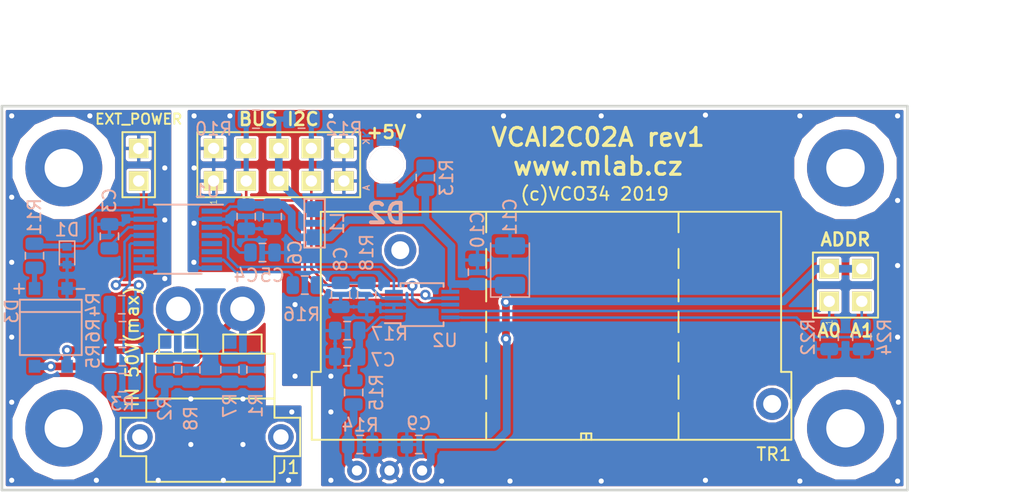
<source format=kicad_pcb>
(kicad_pcb (version 20171130) (host pcbnew "(5.0.0)")
  (layers (0 F.Cu signal) (31 B.Cu signal) (34 B.Paste user hide) (35 F.Paste user hide) (36 B.SilkS user) (37 F.SilkS user) (38 B.Mask user hide) (39 F.Mask user hide) (44 Edge.Cuts user))
  (net 0 "")
  (net 1 GNDPWR)
  (net 2 "Net-(C3-Pad1)")
  (net 3 GNDD)
  (net 4 +5V)
  (net 5 "Net-(C6-Pad2)")
  (net 6 "Net-(C7-Pad1)")
  (net 7 "Net-(C8-Pad1)")
  (net 8 "Net-(D1-Pad1)")
  (net 9 VCC)
  (net 10 "Net-(D3-Pad1)")
  (net 11 "Net-(D3-Pad3)")
  (net 12 "Net-(D3-Pad4)")
  (net 13 /SDA)
  (net 14 /SCL)
  (net 15 "Net-(J6-Pad1)")
  (net 16 "Net-(J6-Pad3)")
  (net 17 /INPUT)
  (net 18 "Net-(R3-Pad2)")
  (net 19 "Net-(R4-Pad2)")
  (net 20 /REFout2)
  (net 21 /Vout)
  (net 22 /EAout)
  (net 23 /ch2-)
  (net 24 /COMP)
  (net 25 "Net-(D2-Pad2)")
  (module Mlab_D:MSB-2 (layer B.Cu) (at -1.016 12.446 180)
    (fp_text reference D3 (at 3.048 1.27 270) (layer B.SilkS) (effects (justify mirror)))
    (fp_text value CDBHM260L-HF)
    (pad 4 smd rect (at -1.27 -3.04 180) (size 0.9 1) (layers B.Cu B.Paste B.Mask) (net 12 "Net-(D3-Pad4)"))
    (pad 3 smd rect (at 1.27 -3.04 180) (size 0.9 1) (layers B.Cu B.Paste B.Mask) (net 11 "Net-(D3-Pad3)"))
    (pad 1 smd rect (at 1.27 3.04 180) (size 0.9 1) (layers B.Cu B.Paste B.Mask) (net 10 "Net-(D3-Pad1)"))
    (pad 2 smd rect (at -1.27 3.04 180) (size 0.9 1) (layers B.Cu B.Paste B.Mask) (net 1 GNDPWR))
  )
  (module Mlab_TR:L01ZxxxS05 (layer F.Cu) (at 27.94 23.622)
    (fp_text reference TR1 (at 27.432 -1.27) (layer F.SilkS))
    (fp_text value L01ZxxxS05)
    (pad MP thru_hole circle (at 27.3 -5.2) (size 2.5 2.5) (drill 1.4) (layers *.Cu *.Mask))
    (pad MP thru_hole circle (at -1.7 -17.2) (size 2.5 2.5) (drill 1.4) (layers *.Cu *.Mask))
    (pad 3 thru_hole circle (at 0 0) (size 1.524 1.524) (drill 0.8) (layers *.Cu *.Mask) (net 4 +5V))
    (pad 1 thru_hole circle (at -5.08 0) (size 1.524 1.524) (drill 0.8) (layers *.Cu *.Mask) (net 21 /Vout))
    (pad 2 thru_hole circle (at -2.54 0) (size 1.524 1.524) (drill 0.8) (layers *.Cu *.Mask) (net 3 GNDD))
  )
  (module Mlab_CON:XT30PW-M (layer F.Cu) (at 11.43 16.002 180)
    (fp_text reference J1 (at -6.096 -7.366 180) (layer F.SilkS))
    (fp_text value "IN 50V(max)" (at 6.096 2.032 270) (layer F.SilkS))
    (pad 1 thru_hole circle (at -2.5 5 180) (size 3.5 3.5) (drill 1.9) (layers *.Cu *.Mask) (net 11 "Net-(D3-Pad3)"))
    (pad 2 thru_hole circle (at 2.5 5 180) (size 3.5 3.5) (drill 1.9) (layers *.Cu *.Mask) (net 12 "Net-(D3-Pad4)"))
    (pad MP thru_hole circle (at 5.5 -5 180) (size 2 2) (drill 1.2) (layers *.Cu *.Mask))
    (pad MP thru_hole circle (at -5.5 -5 180) (size 2 2) (drill 1.2) (layers *.Cu *.Mask))
  )
  (module Mlab_Pin_Headers:Straight_2x05 (layer F.Cu) (at 16.764 -0.254 90)
    (fp_text reference J4 hide)
    (fp_text value "BUS I2C" (at 3.556 0 180) (layer F.SilkS) (effects (font (thickness 0.2))))
    (fp_text user 1 (at -2.921 -5.08 90) (layer F.SilkS) (effects (font (size 0.5 0.5) (thickness 0.05))))
    (pad 1 thru_hole rect (at -1.27 -5.08 90) (size 1.524 1.524) (drill 0.889) (layers *.Cu *.Mask F.SilkS) (net 3 GNDD))
    (pad 2 thru_hole rect (at 1.27 -5.08 90) (size 1.524 1.524) (drill 0.889) (layers *.Cu *.Mask F.SilkS) (net 3 GNDD))
    (pad 3 thru_hole rect (at -1.27 -2.54 90) (size 1.524 1.524) (drill 0.889) (layers *.Cu *.Mask F.SilkS) (net 13 /SDA))
    (pad 4 thru_hole rect (at 1.27 -2.54 90) (size 1.524 1.524) (drill 0.889) (layers *.Cu *.Mask F.SilkS) (net 13 /SDA))
    (pad 5 thru_hole rect (at -1.27 0 90) (size 1.524 1.524) (drill 0.889) (layers *.Cu *.Mask F.SilkS) (net 9 VCC))
    (pad 6 thru_hole rect (at 1.27 0 90) (size 1.524 1.524) (drill 0.889) (layers *.Cu *.Mask F.SilkS) (net 9 VCC))
    (pad 7 thru_hole rect (at -1.27 2.54 90) (size 1.524 1.524) (drill 0.889) (layers *.Cu *.Mask F.SilkS) (net 14 /SCL))
    (pad 8 thru_hole rect (at 1.27 2.54 90) (size 1.524 1.524) (drill 0.889) (layers *.Cu *.Mask F.SilkS) (net 14 /SCL))
    (pad 9 thru_hole rect (at -1.27 5.08 90) (size 1.524 1.524) (drill 0.889) (layers *.Cu *.Mask F.SilkS) (net 3 GNDD))
    (pad 10 thru_hole rect (at 1.27 5.08 90) (size 1.524 1.524) (drill 0.889) (layers *.Cu *.Mask F.SilkS) (net 3 GNDD))
  )
  (module Mlab_Pin_Headers:Straight_2x01 (layer F.Cu) (at 5.842 -0.254 90)
    (fp_text reference J5 hide)
    (fp_text value EXT_POWER (at 3.556 0 180) (layer F.SilkS) (effects (font (size 0.8 0.8))))
    (pad 1 thru_hole rect (at -1.27 0 90) (size 1.524 1.524) (drill 0.889) (layers *.Cu *.Mask F.SilkS) (net 8 "Net-(D1-Pad1)"))
    (pad 2 thru_hole rect (at 1.27 0 90) (size 1.524 1.524) (drill 0.889) (layers *.Cu *.Mask F.SilkS) (net 1 GNDPWR))
  )
  (module Mlab_Pin_Headers:Straight_2x02 (layer F.Cu) (at 60.96 9.144 90)
    (fp_text reference J6 hide)
    (fp_text value ADDR (at 3.556 0 180) (layer F.SilkS) (effects (font (thickness 0.2))))
    (fp_text user 1 (at -2.921 -1.27 90) (layer F.SilkS) (effects (font (size 0.5 0.5) (thickness 0.05))))
    (pad 1 thru_hole rect (at -1.27 -1.27 90) (size 1.524 1.524) (drill 0.889) (layers *.Cu *.Mask F.SilkS) (net 15 "Net-(J6-Pad1)"))
    (pad 2 thru_hole rect (at 1.27 -1.27 90) (size 1.524 1.524) (drill 0.889) (layers *.Cu *.Mask F.SilkS) (net 4 +5V))
    (pad 3 thru_hole rect (at -1.27 1.27 90) (size 1.524 1.524) (drill 0.889) (layers *.Cu *.Mask F.SilkS) (net 16 "Net-(J6-Pad3)"))
    (pad 4 thru_hole rect (at 1.27 1.27 90) (size 1.524 1.524) (drill 0.889) (layers *.Cu *.Mask F.SilkS) (net 4 +5V))
  )
  (module Mlab_L:BLM21PG_3Amp (layer B.Cu) (at 19.558 4.318 270)
    (fp_text reference L1 (at 0 -1.778 270) (layer B.SilkS) (effects (justify mirror)))
    (fp_text value BLM21PG300SN1D)
    (pad 1 smd rect (at -1.1 0 270) (size 1.25 1.25) (layers B.Cu B.Paste B.Mask) (net 9 VCC))
    (pad 2 smd rect (at 1.1 0 270) (size 1.25 1.25) (layers B.Cu B.Paste B.Mask) (net 4 +5V))
  )
  (module Mlab_Mechanical:MountingHole_3mm (layer F.Cu) (at 60.96 0)
    (fp_text reference MH1 hide)
    (fp_text value MountingHole_Pad hide)
    (pad 1 thru_hole circle (at 0 0) (size 6 6) (drill 3) (layers *.Cu *.Adhes *.Mask) (clearance 1))
  )
  (module Mlab_Mechanical:MountingHole_3mm (layer F.Cu) (at 0 20.32)
    (fp_text reference MH2 hide)
    (fp_text value MountingHole_Pad hide)
    (pad 1 thru_hole circle (at 0 0) (size 6 6) (drill 3) (layers *.Cu *.Adhes *.Mask) (clearance 1))
  )
  (module Mlab_Mechanical:MountingHole_3mm (layer F.Cu) (at 60.96 20.32)
    (fp_text reference MH3 hide)
    (fp_text value MountingHole_Pad hide)
    (pad 1 thru_hole circle (at 0 0) (size 6 6) (drill 3) (layers *.Cu *.Adhes *.Mask) (clearance 1))
  )
  (module Mlab_Mechanical:MountingHole_3mm (layer F.Cu) (at 0 0)
    (fp_text reference MH4 hide)
    (fp_text value MountingHole_Pad hide)
    (pad 1 thru_hole circle (at 0 0) (size 6 6) (drill 3) (layers *.Cu *.Adhes *.Mask) (clearance 1))
  )
  (module Mlab_IO:QSOP-16_3.9x4.9mm_P0.635mm (layer B.Cu) (at 8.89 5.588 180)
    (fp_text reference U1 (at -2.286 3.81 180) (layer B.SilkS) (effects (justify mirror)))
    (fp_text value ADuM3190ARQZ)
    (pad 16 smd rect (at 2.6543 2.2225 180) (size 1.6 0.41) (layers B.Cu B.Paste B.Mask) (net 8 "Net-(D1-Pad1)"))
    (pad 15 smd rect (at 2.6543 1.5875 180) (size 1.6 0.41) (layers B.Cu B.Paste B.Mask) (net 1 GNDPWR))
    (pad 14 smd rect (at 2.6543 0.9525 180) (size 1.6 0.41) (layers B.Cu B.Paste B.Mask) (net 2 "Net-(C3-Pad1)"))
    (pad 13 smd rect (at 2.6543 0.3175 180) (size 1.6 0.41) (layers B.Cu B.Paste B.Mask) (net 20 /REFout2))
    (pad 12 smd rect (at 2.6543 -0.3175 180) (size 1.6 0.41) (layers B.Cu B.Paste B.Mask) (net 18 "Net-(R3-Pad2)"))
    (pad 11 smd rect (at 2.6543 -0.9525 180) (size 1.6 0.41) (layers B.Cu B.Paste B.Mask) (net 24 /COMP))
    (pad 10 smd rect (at 2.6543 -1.5875 180) (size 1.6 0.41) (layers B.Cu B.Paste B.Mask) (net 24 /COMP))
    (pad 9 smd rect (at 2.6543 -2.2225 180) (size 1.6 0.41) (layers B.Cu B.Paste B.Mask) (net 1 GNDPWR))
    (pad 8 smd rect (at -2.6543 -2.2225 180) (size 1.6 0.41) (layers B.Cu B.Paste B.Mask) (net 3 GNDD))
    (pad 7 smd rect (at -2.6543 -1.5875 180) (size 1.6 0.41) (layers B.Cu B.Paste B.Mask) (net 22 /EAout))
    (pad 6 smd rect (at -2.6543 -0.9525 180) (size 1.6 0.41) (layers B.Cu B.Paste B.Mask))
    (pad 5 smd rect (at -2.6543 -0.3175 180) (size 1.6 0.41) (layers B.Cu B.Paste B.Mask))
    (pad 4 smd rect (at -2.6543 0.3175 180) (size 1.6 0.41) (layers B.Cu B.Paste B.Mask) (net 23 /ch2-))
    (pad 3 smd rect (at -2.6543 0.9525 180) (size 1.6 0.41) (layers B.Cu B.Paste B.Mask) (net 5 "Net-(C6-Pad2)"))
    (pad 2 smd rect (at -2.6543 1.5875 180) (size 1.6 0.41) (layers B.Cu B.Paste B.Mask) (net 3 GNDD))
    (pad 1 smd rect (at -2.6543 2.2225 180) (size 1.6 0.41) (layers B.Cu B.Paste B.Mask) (net 4 +5V))
  )
  (module Mlab_IO:MSOP-10_3x3mm_P0.5mm (layer B.Cu) (at 27.94 10.668)
    (fp_text reference U2 (at 1.778 2.794) (layer B.SilkS) (effects (justify mirror)))
    (fp_text value MCP3423-E/UN)
    (pad 1 smd rect (at -2.2 1) (size 1.4 0.3) (layers B.Cu B.Paste B.Mask) (net 6 "Net-(C7-Pad1)"))
    (pad 2 smd rect (at -2.2 0.5) (size 1.4 0.3) (layers B.Cu B.Paste B.Mask) (net 3 GNDD))
    (pad 3 smd rect (at -2.2 0) (size 1.4 0.3) (layers B.Cu B.Paste B.Mask) (net 3 GNDD))
    (pad 4 smd rect (at -2.2 -0.5) (size 1.4 0.3) (layers B.Cu B.Paste B.Mask) (net 7 "Net-(C8-Pad1)"))
    (pad 5 smd rect (at -2.2 -1) (size 1.4 0.3) (layers B.Cu B.Paste B.Mask) (net 23 /ch2-))
    (pad 6 smd rect (at 2.2 -1) (size 1.4 0.3) (layers B.Cu B.Paste B.Mask) (net 4 +5V))
    (pad 7 smd rect (at 2.2 -0.5) (size 1.4 0.3) (layers B.Cu B.Paste B.Mask) (net 13 /SDA))
    (pad 8 smd rect (at 2.2 0) (size 1.4 0.3) (layers B.Cu B.Paste B.Mask) (net 14 /SCL))
    (pad 9 smd rect (at 2.2 0.5) (size 1.4 0.3) (layers B.Cu B.Paste B.Mask) (net 15 "Net-(J6-Pad1)"))
    (pad 10 smd rect (at 2.2 1) (size 1.4 0.3) (layers B.Cu B.Paste B.Mask) (net 16 "Net-(J6-Pad3)"))
  )
  (module Capacitor_Tantalum_SMD:CP_EIA-3528-21_Kemet-B (layer B.Cu) (at 34.798 7.62 90)
    (fp_text reference C11 (at 3.81 0 90) (layer B.SilkS) (effects (justify mirror)))
    (fp_text value 10uF)
    (pad 1 smd roundrect (at -1.5375 0 90) (size 1.325 2.35) (layers B.Cu B.Paste B.Mask) (roundrect_rratio 0.188679) (net 4 +5V))
    (pad 2 smd roundrect (at 1.5375 0 90) (size 1.325 2.35) (layers B.Cu B.Paste B.Mask) (roundrect_rratio 0.188679) (net 3 GNDD))
  )
  (module Resistor_SMD:R_0805_2012Metric (layer B.Cu) (at 14.986 15.748 270)
    (fp_text reference R1 (at 2.794 0 270) (layer B.SilkS) (effects (justify mirror)))
    (fp_text value 1M)
    (pad 2 smd roundrect (at 0.9375 0 270) (size 0.975 1.4) (layers B.Cu B.Paste B.Mask) (net 17 /INPUT))
    (pad 1 smd roundrect (at -0.9375 0 270) (size 0.975 1.4) (layers B.Cu B.Paste B.Mask) (net 11 "Net-(D3-Pad3)"))
  )
  (module Resistor_SMD:R_0805_2012Metric (layer B.Cu) (at 7.874 15.748 90)
    (fp_text reference R2 (at -3.048 0 90) (layer B.SilkS) (effects (justify mirror)))
    (fp_text value 1M)
    (pad 1 smd roundrect (at -0.9375 0 90) (size 0.975 1.4) (layers B.Cu B.Paste B.Mask) (net 17 /INPUT))
    (pad 2 smd roundrect (at 0.9375 0 90) (size 0.975 1.4) (layers B.Cu B.Paste B.Mask) (net 12 "Net-(D3-Pad4)"))
  )
  (module Resistor_SMD:R_0805_2012Metric (layer B.Cu) (at 12.954 15.748 270)
    (fp_text reference R7 (at 2.794 0 270) (layer B.SilkS) (effects (justify mirror)))
    (fp_text value 1M)
    (pad 2 smd roundrect (at 0.9375 0 270) (size 0.975 1.4) (layers B.Cu B.Paste B.Mask) (net 17 /INPUT))
    (pad 1 smd roundrect (at -0.9375 0 270) (size 0.975 1.4) (layers B.Cu B.Paste B.Mask) (net 11 "Net-(D3-Pad3)"))
  )
  (module Resistor_SMD:R_0805_2012Metric (layer B.Cu) (at 9.906 15.748 90)
    (fp_text reference R8 (at -3.81 0 90) (layer B.SilkS) (effects (justify mirror)))
    (fp_text value 1M)
    (pad 1 smd roundrect (at -0.9375 0 90) (size 0.975 1.4) (layers B.Cu B.Paste B.Mask) (net 17 /INPUT))
    (pad 2 smd roundrect (at 0.9375 0 90) (size 0.975 1.4) (layers B.Cu B.Paste B.Mask) (net 12 "Net-(D3-Pad4)"))
  )
  (module Mlab_D:LED_1206 (layer B.Cu) (at 25.146 -0.254 90)
    (fp_text reference D2 (at -3.81 0 180) (layer B.SilkS) (effects (font (size 1.524 1.524) (thickness 0.3048)) (justify mirror)))
    (fp_text value +5V hide)
    (fp_line (start 2.21488 -1.50622) (end 2.53492 -1.81102) (layer B.Cu) (width 0.15))
    (fp_line (start 2.25298 -1.52146) (end 2.5273 -1.24968) (layer B.Cu) (width 0.15))
    (fp_line (start 2.2225 -1.24968) (end 2.21742 -1.81864) (layer B.Cu) (width 0.15))
    (fp_text user A (at -1.80086 -1.5494 90) (layer B.SilkS) (effects (font (size 0.50038 0.50038) (thickness 0.09906)) (justify mirror)))
    (fp_text user K (at 1.80086 -1.5494 90) (layer B.SilkS) (effects (font (size 0.50038 0.50038) (thickness 0.09906)) (justify mirror)))
    (pad 2 smd rect (at -2 0 90) (size 1.05 1.5) (layers B.Cu B.Paste B.Mask) (net 25 "Net-(D2-Pad2)"))
    (pad 1 smd rect (at 2 0 90) (size 1.05 1.5) (layers B.Cu B.Paste B.Mask) (net 3 GNDD))
    (pad "" np_thru_hole circle (at 0 0 90) (size 2.7 2.7) (drill 2.7) (layers *.Cu *.Mask B.SilkS))
  )
  (module Diode_SMD:D_SOD-523 (layer B.Cu) (at 0.254 6.858 270)
    (fp_text reference D1 (at -2.032 0) (layer B.SilkS) (effects (justify mirror)))
    (fp_text value MM5Z10VT1G)
    (pad 2 smd rect (at 0.7 0 90) (size 0.6 0.7) (layers B.Cu B.Paste B.Mask) (net 1 GNDPWR))
    (pad 1 smd rect (at -0.7 0 90) (size 0.6 0.7) (layers B.Cu B.Paste B.Mask) (net 8 "Net-(D1-Pad1)"))
  )
  (module Capacitor_SMD:C_0805_2012Metric (layer B.Cu) (at 3.556 5.334 90)
    (fp_text reference C3 (at 2.794 0 90) (layer B.SilkS) (effects (justify mirror)))
    (fp_text value 1u)
    (pad 2 smd roundrect (at 0.9375 0 90) (size 0.975 1.4) (layers B.Cu B.Paste B.Mask) (net 1 GNDPWR))
    (pad 1 smd roundrect (at -0.9375 0 90) (size 0.975 1.4) (layers B.Cu B.Paste B.Mask) (net 2 "Net-(C3-Pad1)"))
  )
  (module Capacitor_SMD:C_0805_2012Metric (layer B.Cu) (at 14.224 3.81 270)
    (fp_text reference C4 (at 4.572 0 180) (layer B.SilkS) (effects (justify mirror)))
    (fp_text value 100n)
    (pad 2 smd roundrect (at 0.9375 0 270) (size 0.975 1.4) (layers B.Cu B.Paste B.Mask) (net 3 GNDD))
    (pad 1 smd roundrect (at -0.9375 0 270) (size 0.975 1.4) (layers B.Cu B.Paste B.Mask) (net 4 +5V))
  )
  (module Capacitor_SMD:C_0805_2012Metric (layer B.Cu) (at 16.256 3.81 270)
    (fp_text reference C5 (at 4.572 0) (layer B.SilkS) (effects (justify mirror)))
    (fp_text value 1u)
    (pad 1 smd roundrect (at -0.9375 0 270) (size 0.975 1.4) (layers B.Cu B.Paste B.Mask) (net 4 +5V))
    (pad 2 smd roundrect (at 0.9375 0 270) (size 0.975 1.4) (layers B.Cu B.Paste B.Mask) (net 3 GNDD))
  )
  (module Capacitor_SMD:C_0805_2012Metric (layer B.Cu) (at 15.494 6.604 180)
    (fp_text reference C6 (at -2.54 0 270) (layer B.SilkS) (effects (justify mirror)))
    (fp_text value 1u)
    (pad 2 smd roundrect (at 0.9375 0 180) (size 0.975 1.4) (layers B.Cu B.Paste B.Mask) (net 5 "Net-(C6-Pad2)"))
    (pad 1 smd roundrect (at -0.9375 0 180) (size 0.975 1.4) (layers B.Cu B.Paste B.Mask) (net 3 GNDD))
  )
  (module Capacitor_SMD:C_0805_2012Metric (layer B.Cu) (at 22.098 14.732 180)
    (fp_text reference C7 (at -2.794 -0.254 180) (layer B.SilkS) (effects (justify mirror)))
    (fp_text value 10n)
    (pad 1 smd roundrect (at -0.9375 0 180) (size 0.975 1.4) (layers B.Cu B.Paste B.Mask) (net 6 "Net-(C7-Pad1)"))
    (pad 2 smd roundrect (at 0.9375 0 180) (size 0.975 1.4) (layers B.Cu B.Paste B.Mask) (net 3 GNDD))
  )
  (module Capacitor_SMD:C_0805_2012Metric (layer B.Cu) (at 21.59 9.906 270)
    (fp_text reference C8 (at -2.794 0 270) (layer B.SilkS) (effects (justify mirror)))
    (fp_text value 10n)
    (pad 2 smd roundrect (at 0.9375 0 270) (size 0.975 1.4) (layers B.Cu B.Paste B.Mask) (net 3 GNDD))
    (pad 1 smd roundrect (at -0.9375 0 270) (size 0.975 1.4) (layers B.Cu B.Paste B.Mask) (net 7 "Net-(C8-Pad1)"))
  )
  (module Capacitor_SMD:C_0805_2012Metric (layer B.Cu) (at 27.686 21.59 180)
    (fp_text reference C9 (at 0 1.65 180) (layer B.SilkS) (effects (justify mirror)))
    (fp_text value 100n)
    (pad 1 smd roundrect (at -0.9375 0 180) (size 0.975 1.4) (layers B.Cu B.Paste B.Mask) (net 4 +5V))
    (pad 2 smd roundrect (at 0.9375 0 180) (size 0.975 1.4) (layers B.Cu B.Paste B.Mask) (net 3 GNDD))
  )
  (module Capacitor_SMD:C_0805_2012Metric (layer B.Cu) (at 32.258 8.128 90)
    (fp_text reference C10 (at 3.302 0 90) (layer B.SilkS) (effects (justify mirror)))
    (fp_text value 100n)
    (pad 1 smd roundrect (at -0.9375 0 90) (size 0.975 1.4) (layers B.Cu B.Paste B.Mask) (net 4 +5V))
    (pad 2 smd roundrect (at 0.9375 0 90) (size 0.975 1.4) (layers B.Cu B.Paste B.Mask) (net 3 GNDD))
  )
  (module Resistor_SMD:R_0805_2012Metric (layer B.Cu) (at 4.572 16.764)
    (fp_text reference R3 (at 0 1.65) (layer B.SilkS) (effects (justify mirror)))
    (fp_text value 50k)
    (pad 2 smd roundrect (at 0.9375 0) (size 0.975 1.4) (layers B.Cu B.Paste B.Mask) (net 18 "Net-(R3-Pad2)"))
    (pad 1 smd roundrect (at -0.9375 0) (size 0.975 1.4) (layers B.Cu B.Paste B.Mask) (net 17 /INPUT))
  )
  (module Resistor_SMD:R_0805_2012Metric (layer B.Cu) (at 4.52201 10.675708 180)
    (fp_text reference R4 (at 2.23601 0.007708 270) (layer B.SilkS) (effects (justify mirror)))
    (fp_text value 40k)
    (pad 1 smd roundrect (at -0.9375 0 180) (size 0.975 1.4) (layers B.Cu B.Paste B.Mask) (net 20 /REFout2))
    (pad 2 smd roundrect (at 0.9375 0 180) (size 0.975 1.4) (layers B.Cu B.Paste B.Mask) (net 19 "Net-(R4-Pad2)"))
  )
  (module Resistor_SMD:R_0805_2012Metric (layer B.Cu) (at 4.572 14.732)
    (fp_text reference R5 (at -2.286 0 90) (layer B.SilkS) (effects (justify mirror)))
    (fp_text value 1k5)
    (pad 2 smd roundrect (at 0.9375 0) (size 0.975 1.4) (layers B.Cu B.Paste B.Mask) (net 18 "Net-(R3-Pad2)"))
    (pad 1 smd roundrect (at -0.9375 0) (size 0.975 1.4) (layers B.Cu B.Paste B.Mask) (net 19 "Net-(R4-Pad2)"))
  )
  (module Resistor_SMD:R_0805_2012Metric (layer B.Cu) (at 4.572 12.7 180)
    (fp_text reference R6 (at 2.286 0 270) (layer B.SilkS) (effects (justify mirror)))
    (fp_text value 17k)
    (pad 1 smd roundrect (at -0.9375 0 180) (size 0.975 1.4) (layers B.Cu B.Paste B.Mask) (net 1 GNDPWR))
    (pad 2 smd roundrect (at 0.9375 0 180) (size 0.975 1.4) (layers B.Cu B.Paste B.Mask) (net 19 "Net-(R4-Pad2)"))
  )
  (module Resistor_SMD:R_0805_2012Metric (layer B.Cu) (at 14.986 -3.81 180)
    (fp_text reference R10 (at 3.302 -0.762 180) (layer B.SilkS) (effects (justify mirror)))
    (fp_text value 10k)
    (pad 2 smd roundrect (at 0.9375 0 180) (size 0.975 1.4) (layers B.Cu B.Paste B.Mask) (net 13 /SDA))
    (pad 1 smd roundrect (at -0.9375 0 180) (size 0.975 1.4) (layers B.Cu B.Paste B.Mask) (net 9 VCC))
  )
  (module Resistor_SMD:R_0805_2012Metric (layer B.Cu) (at -2.286 6.858 270)
    (fp_text reference R11 (at -3.048 0 270) (layer B.SilkS) (effects (justify mirror)))
    (fp_text value 3k9)
    (pad 1 smd roundrect (at -0.9375 0 270) (size 0.975 1.4) (layers B.Cu B.Paste B.Mask) (net 8 "Net-(D1-Pad1)"))
    (pad 2 smd roundrect (at 0.9375 0 270) (size 0.975 1.4) (layers B.Cu B.Paste B.Mask) (net 10 "Net-(D3-Pad1)"))
  )
  (module Resistor_SMD:R_0805_2012Metric (layer B.Cu) (at 18.542 -3.81)
    (fp_text reference R12 (at 3.302 0.762) (layer B.SilkS) (effects (justify mirror)))
    (fp_text value 10k)
    (pad 1 smd roundrect (at -0.9375 0) (size 0.975 1.4) (layers B.Cu B.Paste B.Mask) (net 9 VCC))
    (pad 2 smd roundrect (at 0.9375 0) (size 0.975 1.4) (layers B.Cu B.Paste B.Mask) (net 14 /SCL))
  )
  (module Resistor_SMD:R_0805_2012Metric (layer B.Cu) (at 28.194 0.762 90)
    (fp_text reference R13 (at 0 1.65 90) (layer B.SilkS) (effects (justify mirror)))
    (fp_text value 330R)
    (pad 1 smd roundrect (at -0.9375 0 90) (size 0.975 1.4) (layers B.Cu B.Paste B.Mask) (net 4 +5V))
    (pad 2 smd roundrect (at 0.9375 0 90) (size 0.975 1.4) (layers B.Cu B.Paste B.Mask) (net 25 "Net-(D2-Pad2)"))
  )
  (module Resistor_SMD:R_0805_2012Metric (layer B.Cu) (at 23.114 21.59)
    (fp_text reference R14 (at 0 -1.524) (layer B.SilkS) (effects (justify mirror)))
    (fp_text value 10k)
    (pad 1 smd roundrect (at -0.9375 0) (size 0.975 1.4) (layers B.Cu B.Paste B.Mask) (net 21 /Vout))
    (pad 2 smd roundrect (at 0.9375 0) (size 0.975 1.4) (layers B.Cu B.Paste B.Mask) (net 3 GNDD))
  )
  (module Resistor_SMD:R_0805_2012Metric (layer B.Cu) (at 22.606 17.526 270)
    (fp_text reference R15 (at 0 -1.778 270) (layer B.SilkS) (effects (justify mirror)))
    (fp_text value 180k)
    (pad 1 smd roundrect (at -0.9375 0 270) (size 0.975 1.4) (layers B.Cu B.Paste B.Mask) (net 6 "Net-(C7-Pad1)"))
    (pad 2 smd roundrect (at 0.9375 0 270) (size 0.975 1.4) (layers B.Cu B.Paste B.Mask) (net 21 /Vout))
  )
  (module Resistor_SMD:R_0805_2012Metric (layer B.Cu) (at 18.796 9.144 180)
    (fp_text reference R16 (at 0.254 -2.286 180) (layer B.SilkS) (effects (justify mirror)))
    (fp_text value 180k)
    (pad 2 smd roundrect (at 0.9375 0 180) (size 0.975 1.4) (layers B.Cu B.Paste B.Mask) (net 22 /EAout))
    (pad 1 smd roundrect (at -0.9375 0 180) (size 0.975 1.4) (layers B.Cu B.Paste B.Mask) (net 7 "Net-(C8-Pad1)"))
  )
  (module Resistor_SMD:R_0805_2012Metric (layer B.Cu) (at 22.098 12.7)
    (fp_text reference R17 (at 3.302 0.254) (layer B.SilkS) (effects (justify mirror)))
    (fp_text value 33k)
    (pad 2 smd roundrect (at 0.9375 0) (size 0.975 1.4) (layers B.Cu B.Paste B.Mask) (net 6 "Net-(C7-Pad1)"))
    (pad 1 smd roundrect (at -0.9375 0) (size 0.975 1.4) (layers B.Cu B.Paste B.Mask) (net 3 GNDD))
  )
  (module Resistor_SMD:R_0805_2012Metric (layer B.Cu) (at 23.622 9.906 90)
    (fp_text reference R18 (at 3.302 0 90) (layer B.SilkS) (effects (justify mirror)))
    (fp_text value 33k)
    (pad 2 smd roundrect (at 0.9375 0 90) (size 0.975 1.4) (layers B.Cu B.Paste B.Mask) (net 7 "Net-(C8-Pad1)"))
    (pad 1 smd roundrect (at -0.9375 0 90) (size 0.975 1.4) (layers B.Cu B.Paste B.Mask) (net 3 GNDD))
  )
  (module Resistor_SMD:R_0805_2012Metric (layer B.Cu) (at 59.69 13.208 270)
    (fp_text reference R22 (at 0 1.65 270) (layer B.SilkS) (effects (justify mirror)))
    (fp_text value 10k)
    (pad 2 smd roundrect (at 0.9375 0 270) (size 0.975 1.4) (layers B.Cu B.Paste B.Mask) (net 3 GNDD))
    (pad 1 smd roundrect (at -0.9375 0 270) (size 0.975 1.4) (layers B.Cu B.Paste B.Mask) (net 15 "Net-(J6-Pad1)"))
  )
  (module Resistor_SMD:R_0805_2012Metric (layer B.Cu) (at 62.23 13.208 270)
    (fp_text reference R24 (at 0 -1.778 270) (layer B.SilkS) (effects (justify mirror)))
    (fp_text value 10k)
    (pad 1 smd roundrect (at -0.9375 0 270) (size 0.975 1.4) (layers B.Cu B.Paste B.Mask) (net 16 "Net-(J6-Pad3)"))
    (pad 2 smd roundrect (at 0.9375 0 270) (size 0.975 1.4) (layers B.Cu B.Paste B.Mask) (net 3 GNDD))
  )
  (gr_text +5V (at 25.146 -2.794) (layer F.SilkS) (effects (font (size 1 1) (thickness 0.2))))
  (gr_text "(c)VCO34 2019" (at 41.402 2.032) (layer F.SilkS) (effects (font (size 1 1))))
  (gr_text "VCAI2C02A rev1\nwww.mlab.cz" (at 41.656 -1.27) (layer F.SilkS) (effects (font (size 1.4 1.4) (thickness 0.25))))
  (gr_text A1 (at 62.23 12.7) (layer F.SilkS) (effects (font (size 1 1) (thickness 0.2))))
  (gr_text A0 (at 59.69 12.7) (layer F.SilkS) (effects (font (size 1 1) (thickness 0.2))))
  (gr_line (start 65.786 -4.826) (end -4.826 -4.826) (layer Edge.Cuts) (width 0.2))
  (gr_line (start 65.786 25.146) (end 65.786 -4.826) (layer Edge.Cuts) (width 0.2))
  (gr_line (start -4.826 25.146) (end 65.786 25.146) (layer Edge.Cuts) (width 0.2))
  (gr_line (start -4.826 -4.826) (end -4.826 25.146) (layer Edge.Cuts) (width 0.2))
  (via (at -4.064 -4.064) (size 0.8) (drill 0.4) (layers F.Cu B.Cu) (net 1))
  (via (at 2.54 24.384) (size 0.8) (drill 0.4) (layers F.Cu B.Cu) (net 1))
  (via (at 17.526 24.384) (size 0.8) (drill 0.4) (layers F.Cu B.Cu) (net 1))
  (via (at 17.78 19.05) (size 0.8) (drill 0.4) (layers F.Cu B.Cu) (net 1))
  (segment (start 18.230001 19.754001) (end 17.78 19.304) (width 0.2) (layer B.Cu) (net 1))
  (segment (start 17.526 24.384) (end 18.230001 23.679999) (width 0.2) (layer B.Cu) (net 1))
  (segment (start 18.230001 23.679999) (end 18.230001 19.754001) (width 0.2) (layer B.Cu) (net 1))
  (via (at 12.446 24.384) (size 0.8) (drill 0.4) (layers F.Cu B.Cu) (net 1))
  (segment (start 2.54 24.384) (end 6.604 24.384) (width 0.2) (layer F.Cu) (net 1))
  (via (at 7.366 24.384002) (size 0.8) (drill 0.4) (layers F.Cu B.Cu) (net 1))
  (segment (start 6.604 24.384) (end 7.365998 24.384) (width 0.2) (layer F.Cu) (net 1))
  (segment (start 7.365998 24.384) (end 7.366 24.384002) (width 0.2) (layer F.Cu) (net 1))
  (segment (start 7.366002 24.384) (end 7.366 24.384002) (width 0.2) (layer B.Cu) (net 1))
  (segment (start 12.446 24.384) (end 7.366002 24.384) (width 0.2) (layer B.Cu) (net 1))
  (via (at -4.064 2.286) (size 0.8) (drill 0.4) (layers F.Cu B.Cu) (net 1))
  (via (at 2.032 -4.064) (size 0.8) (drill 0.4) (layers F.Cu B.Cu) (net 1))
  (via (at 13.97 18.034) (size 0.8) (drill 0.4) (layers F.Cu B.Cu) (net 1))
  (via (at 13.97 21.59) (size 0.8) (drill 0.4) (layers F.Cu B.Cu) (net 1))
  (segment (start 13.97 18.034) (end 13.97 21.59) (width 0.2) (layer B.Cu) (net 1))
  (via (at 9.905994 21.59) (size 0.8) (drill 0.4) (layers F.Cu B.Cu) (net 1))
  (segment (start 13.97 21.59) (end 9.905994 21.59) (width 0.2) (layer F.Cu) (net 1))
  (via (at 9.906 18.034) (size 0.8) (drill 0.4) (layers F.Cu B.Cu) (net 1))
  (segment (start 9.905994 21.59) (end 9.905994 18.034006) (width 0.2) (layer B.Cu) (net 1))
  (segment (start 9.905994 18.034006) (end 9.906 18.034) (width 0.2) (layer B.Cu) (net 1))
  (via (at -4.064 7.366) (size 0.8) (drill 0.4) (layers F.Cu B.Cu) (net 1))
  (segment (start -4.064 2.286) (end -4.064 7.619996) (width 0.2) (layer F.Cu) (net 1))
  (segment (start -4.064 7.619996) (end -4.064004 7.62) (width 0.2) (layer F.Cu) (net 1))
  (via (at -4.064 24.384) (size 0.8) (drill 0.4) (layers F.Cu B.Cu) (net 1))
  (via (at -4.064 18.288) (size 0.8) (drill 0.4) (layers F.Cu B.Cu) (net 1))
  (via (at -4.064 13.208) (size 0.8) (drill 0.4) (layers F.Cu B.Cu) (net 1))
  (segment (start -4.064 18.288) (end -4.064 13.208) (width 0.2) (layer B.Cu) (net 1))
  (segment (start -4.064004 7.62) (end -4.064004 13.207996) (width 0.2) (layer B.Cu) (net 1))
  (segment (start -4.064004 13.207996) (end -4.064 13.208) (width 0.2) (layer B.Cu) (net 1))
  (via (at 7.874 8.636) (size 0.8) (drill 0.4) (layers F.Cu B.Cu) (net 1))
  (via (at 7.874 0.000006) (size 0.8) (drill 0.4) (layers F.Cu B.Cu) (net 1))
  (segment (start 7.874 3.81) (end 7.874 0.000006) (width 0.2) (layer B.Cu) (net 1))
  (segment (start 17.526 24.384) (end 12.446 24.384) (width 0.2) (layer F.Cu) (net 1))
  (segment (start 14.369999 18.433999) (end 13.97 18.034) (width 0.2) (layer F.Cu) (net 1))
  (segment (start 14.986 19.05) (end 14.369999 18.433999) (width 0.2) (layer F.Cu) (net 1))
  (segment (start 17.78 19.304) (end 17.526 19.05) (width 0.2) (layer F.Cu) (net 1))
  (segment (start 17.526 19.05) (end 14.986 19.05) (width 0.2) (layer F.Cu) (net 1))
  (segment (start 5.842 -1.524) (end 5.842 -3.556) (width 0.2) (layer F.Cu) (net 1))
  (segment (start 5.334 -4.064) (end 2.032 -4.064) (width 0.2) (layer F.Cu) (net 1))
  (segment (start 5.842 -3.556) (end 5.334 -4.064) (width 0.2) (layer F.Cu) (net 1))
  (segment (start 7.874 -1.016) (end 7.874 0.000006) (width 0.2) (layer F.Cu) (net 1))
  (segment (start 5.842 -1.524) (end 7.366 -1.524) (width 0.2) (layer F.Cu) (net 1))
  (segment (start 7.366 -1.524) (end 7.874 -1.016) (width 0.2) (layer F.Cu) (net 1))
  (via (at 7.874 4.064004) (size 0.8) (drill 0.4) (layers F.Cu B.Cu) (net 1))
  (segment (start 7.874 8.636) (end 7.874 4.064004) (width 0.2) (layer F.Cu) (net 1))
  (segment (start 6.2357 4.0005) (end 7.810496 4.0005) (width 0.2) (layer B.Cu) (net 1))
  (segment (start 7.810496 4.0005) (end 7.874 4.064004) (width 0.2) (layer B.Cu) (net 1))
  (segment (start 4.8895 4.0005) (end 6.2357 4.0005) (width 0.2) (layer B.Cu) (net 1))
  (segment (start 3.81 4.2925) (end 4.5975 4.2925) (width 0.2) (layer B.Cu) (net 1))
  (segment (start 4.5975 4.2925) (end 4.8895 4.0005) (width 0.2) (layer B.Cu) (net 1))
  (segment (start 6.097 12.7) (end 6.604 12.193) (width 0.2) (layer B.Cu) (net 1))
  (segment (start 5.5095 12.7) (end 6.097 12.7) (width 0.2) (layer B.Cu) (net 1))
  (segment (start 6.604 9.906) (end 7.874 8.636) (width 0.2) (layer B.Cu) (net 1))
  (segment (start 6.604 12.193) (end 6.604 9.906) (width 0.2) (layer B.Cu) (net 1))
  (segment (start 2.032 -4.318) (end 2.286 -4.064) (width 0.2) (layer F.Cu) (net 1))
  (segment (start -4.064 -4.064) (end -3.81 -4.318) (width 0.2) (layer F.Cu) (net 1))
  (segment (start -3.81 -4.318) (end 2.032 -4.318) (width 0.2) (layer F.Cu) (net 1))
  (segment (start -4.318 2.032) (end -4.064 2.286) (width 0.2) (layer B.Cu) (net 1))
  (segment (start -4.064 -4.064) (end -4.318 -3.81) (width 0.2) (layer B.Cu) (net 1))
  (segment (start -4.318 -3.81) (end -4.318 2.032) (width 0.2) (layer B.Cu) (net 1))
  (segment (start -4.318 18.542) (end -4.064 18.288) (width 0.2) (layer F.Cu) (net 1))
  (segment (start -4.064 24.384) (end -4.318 24.13) (width 0.2) (layer F.Cu) (net 1))
  (segment (start -4.318 24.13) (end -4.318 18.542) (width 0.2) (layer F.Cu) (net 1))
  (segment (start -3.81 24.638) (end -4.064 24.384) (width 0.2) (layer B.Cu) (net 1))
  (segment (start 2.54 24.384) (end 2.286 24.638) (width 0.2) (layer B.Cu) (net 1))
  (segment (start 2.286 24.638) (end -3.81 24.638) (width 0.2) (layer B.Cu) (net 1))
  (segment (start 5.042 4.6355) (end 6.2357 4.6355) (width 0.2) (layer B.Cu) (net 2))
  (segment (start 3.81 5.8675) (end 5.042 4.6355) (width 0.2) (layer B.Cu) (net 2))
  (via (at 10.144298 7.366) (size 0.8) (drill 0.4) (layers F.Cu B.Cu) (net 3))
  (segment (start 11.5443 7.8105) (end 10.588798 7.8105) (width 0.2) (layer B.Cu) (net 3))
  (segment (start 10.588798 7.8105) (end 10.144298 7.366) (width 0.2) (layer B.Cu) (net 3))
  (via (at 10.155119 4.317061) (size 0.8) (drill 0.4) (layers F.Cu B.Cu) (net 3))
  (segment (start 10.144298 7.366) (end 10.144298 4.327882) (width 0.2) (layer F.Cu) (net 3))
  (segment (start 10.144298 4.327882) (end 10.155119 4.317061) (width 0.2) (layer F.Cu) (net 3))
  (via (at 10.16 0) (size 0.8) (drill 0.4) (layers F.Cu B.Cu) (net 3))
  (segment (start 10.155119 4.317061) (end 10.155119 0.004881) (width 0.2) (layer B.Cu) (net 3))
  (segment (start 10.155119 0.004881) (end 10.16 0) (width 0.2) (layer B.Cu) (net 3))
  (via (at 10.16 -4.064) (size 0.8) (drill 0.4) (layers F.Cu B.Cu) (net 3))
  (segment (start 10.16 0) (end 10.16 -4.064) (width 0.2) (layer F.Cu) (net 3))
  (via (at 12.954 -4.064) (size 0.8) (drill 0.4) (layers F.Cu B.Cu) (net 3))
  (segment (start 10.16 -4.064) (end 12.954 -4.064) (width 0.2) (layer B.Cu) (net 3))
  (via (at 20.828 -4.064) (size 0.8) (drill 0.4) (layers F.Cu B.Cu) (net 3))
  (segment (start 12.954 -4.064) (end 20.574 -4.064) (width 0.2) (layer F.Cu) (net 3))
  (via (at 27.686 -4.064) (size 0.8) (drill 0.4) (layers F.Cu B.Cu) (net 3))
  (segment (start 20.574 -4.064) (end 27.686 -4.064) (width 0.2) (layer B.Cu) (net 3))
  (via (at 34.29 -4.064) (size 0.8) (drill 0.4) (layers F.Cu B.Cu) (net 3))
  (segment (start 27.686 -4.064) (end 34.29 -4.064) (width 0.2) (layer F.Cu) (net 3))
  (via (at 65.024 -4.064) (size 0.8) (drill 0.4) (layers F.Cu B.Cu) (net 3))
  (via (at 65.024 2.54) (size 0.8) (drill 0.4) (layers F.Cu B.Cu) (net 3))
  (via (at 65.024 7.62) (size 0.8) (drill 0.4) (layers F.Cu B.Cu) (net 3))
  (segment (start 65.024 2.54) (end 65.024 7.62) (width 0.2) (layer F.Cu) (net 3))
  (via (at 65.024 13.208) (size 0.8) (drill 0.4) (layers F.Cu B.Cu) (net 3))
  (segment (start 65.024 7.62) (end 65.024 13.208) (width 0.2) (layer B.Cu) (net 3))
  (via (at 65.086 18.288) (size 0.8) (drill 0.4) (layers F.Cu B.Cu) (net 3))
  (segment (start 65.024 13.208) (end 65.024 18.226) (width 0.2) (layer F.Cu) (net 3))
  (segment (start 65.024 18.226) (end 65.086 18.288) (width 0.2) (layer F.Cu) (net 3))
  (via (at 65.024 24.446) (size 0.8) (drill 0.4) (layers F.Cu B.Cu) (net 3))
  (segment (start 65.086 18.288) (end 65.086 24.384) (width 0.2) (layer B.Cu) (net 3))
  (segment (start 65.086 24.384) (end 65.024 24.446) (width 0.2) (layer B.Cu) (net 3))
  (via (at 57.404 24.446) (size 0.8) (drill 0.4) (layers F.Cu B.Cu) (net 3))
  (segment (start 65.024 24.446) (end 57.404 24.446) (width 0.2) (layer F.Cu) (net 3))
  (via (at 50.038 24.384) (size 0.8) (drill 0.4) (layers F.Cu B.Cu) (net 3))
  (segment (start 57.404 24.446) (end 50.1 24.446) (width 0.2) (layer B.Cu) (net 3))
  (segment (start 50.1 24.446) (end 50.038 24.384) (width 0.2) (layer B.Cu) (net 3))
  (via (at 34.798 24.446) (size 0.8) (drill 0.4) (layers F.Cu B.Cu) (net 3))
  (via (at 29.464 24.446) (size 0.8) (drill 0.4) (layers F.Cu B.Cu) (net 3))
  (segment (start 34.798 24.446) (end 29.464 24.446) (width 0.2) (layer F.Cu) (net 3))
  (via (at 18.034 10.668) (size 0.8) (drill 0.4) (layers F.Cu B.Cu) (net 3))
  (segment (start 20.828 10.6935) (end 18.0595 10.6935) (width 0.2) (layer B.Cu) (net 3))
  (segment (start 18.0595 10.6935) (end 18.034 10.668) (width 0.2) (layer B.Cu) (net 3))
  (via (at 20.828 16.256) (size 0.8) (drill 0.4) (layers F.Cu B.Cu) (net 3))
  (via (at 20.828 19.05) (size 0.8) (drill 0.4) (layers F.Cu B.Cu) (net 3))
  (segment (start 20.828 16.256) (end 20.828 19.304) (width 0.2) (layer F.Cu) (net 3))
  (via (at 20.828 24.384) (size 0.8) (drill 0.4) (layers F.Cu B.Cu) (net 3))
  (segment (start 20.828 19.304) (end 20.828 24.384) (width 0.2) (layer B.Cu) (net 3))
  (via (at 18.033994 16.256) (size 0.8) (drill 0.4) (layers F.Cu B.Cu) (net 3))
  (segment (start 18.034 10.668) (end 18.034 16.002) (width 0.2) (layer F.Cu) (net 3))
  (segment (start 20.828 16.256) (end 18.033994 16.256) (width 0.2) (layer B.Cu) (net 3))
  (segment (start 18.034 16.002) (end 18.034 16.255994) (width 0.2) (layer F.Cu) (net 3))
  (segment (start 18.034 16.255994) (end 18.033994 16.256) (width 0.2) (layer F.Cu) (net 3))
  (via (at 57.403994 -4.064) (size 0.8) (drill 0.4) (layers F.Cu B.Cu) (net 3))
  (via (at 50.038 -4.12599) (size 0.8) (drill 0.4) (layers F.Cu B.Cu) (net 3))
  (segment (start 57.403994 -4.064) (end 50.09999 -4.064) (width 0.2) (layer B.Cu) (net 3))
  (segment (start 50.09999 -4.064) (end 50.038 -4.12599) (width 0.2) (layer B.Cu) (net 3))
  (via (at 41.910004 -4.064) (size 0.8) (drill 0.4) (layers F.Cu B.Cu) (net 3))
  (segment (start 34.29 -4.064) (end 41.910004 -4.064) (width 0.2) (layer B.Cu) (net 3))
  (segment (start 41.971994 -4.12599) (end 41.910004 -4.064) (width 0.2) (layer F.Cu) (net 3))
  (segment (start 50.038 -4.12599) (end 41.971994 -4.12599) (width 0.2) (layer F.Cu) (net 3))
  (segment (start 42.672 24.384) (end 41.971988 24.384) (width 0.2) (layer F.Cu) (net 3))
  (segment (start 41.971988 24.384) (end 41.91 24.445988) (width 0.2) (layer F.Cu) (net 3))
  (segment (start 34.798 24.446) (end 41.909988 24.446) (width 0.2) (layer B.Cu) (net 3))
  (segment (start 41.909988 24.446) (end 41.91 24.445988) (width 0.2) (layer B.Cu) (net 3))
  (via (at 41.91 24.445988) (size 0.8) (drill 0.4) (layers F.Cu B.Cu) (net 3))
  (segment (start 50.038 24.384) (end 42.672 24.384) (width 0.2) (layer F.Cu) (net 3))
  (segment (start 57.657994 -4.318) (end 57.403994 -4.064) (width 0.2) (layer F.Cu) (net 3))
  (segment (start 65.024 -4.064) (end 64.77 -4.318) (width 0.2) (layer F.Cu) (net 3))
  (segment (start 64.77 -4.318) (end 57.657994 -4.318) (width 0.2) (layer F.Cu) (net 3))
  (segment (start 65.278 2.286) (end 65.024 2.54) (width 0.2) (layer B.Cu) (net 3))
  (segment (start 65.024 -4.064) (end 65.278 -3.81) (width 0.2) (layer B.Cu) (net 3))
  (segment (start 65.278 -3.81) (end 65.278 2.286) (width 0.2) (layer B.Cu) (net 3))
  (via (at 34.4805 13.335) (size 0.8) (drill 0.4) (layers F.Cu B.Cu) (net 4))
  (via (at 34.4805 10.468) (size 0.8) (drill 0.4) (layers F.Cu B.Cu) (net 4))
  (segment (start 34.4805 13.335) (end 34.4805 10.468) (width 0.6) (layer F.Cu) (net 4))
  (segment (start 34.4805 9.221) (end 34.544 9.1575) (width 0.6) (layer B.Cu) (net 4))
  (segment (start 34.4805 10.468) (end 34.4805 9.221) (width 0.6) (layer B.Cu) (net 4))
  (segment (start 11.5443 3.3655) (end 12.6365 3.3655) (width 0.2) (layer B.Cu) (net 4))
  (segment (start 12.9795 3.0225) (end 13.97 3.0225) (width 0.2) (layer B.Cu) (net 4))
  (segment (start 12.6365 3.3655) (end 12.9795 3.0225) (width 0.2) (layer B.Cu) (net 4))
  (segment (start 62.23 7.874) (end 59.69 7.874) (width 0.6) (layer B.Cu) (net 4))
  (segment (start 28.6235 22.9385) (end 28.6235 21.59) (width 0.6) (layer B.Cu) (net 4))
  (segment (start 27.94 23.622) (end 28.6235 22.9385) (width 0.6) (layer B.Cu) (net 4))
  (segment (start 18.333 5.418) (end 19.558 5.418) (width 0.6) (layer B.Cu) (net 4))
  (segment (start 17.78 4.865) (end 18.333 5.418) (width 0.6) (layer B.Cu) (net 4))
  (segment (start 17.78 3.556) (end 17.78 4.865) (width 0.6) (layer B.Cu) (net 4))
  (segment (start 13.97 2.8725) (end 17.0965 2.8725) (width 0.6) (layer B.Cu) (net 4))
  (segment (start 17.0965 2.8725) (end 17.78 3.556) (width 0.6) (layer B.Cu) (net 4))
  (segment (start 34.544 20.574) (end 34.544 13.462) (width 0.6) (layer B.Cu) (net 4))
  (segment (start 28.6235 21.59) (end 33.528 21.59) (width 0.6) (layer B.Cu) (net 4))
  (segment (start 33.528 21.59) (end 34.544 20.574) (width 0.6) (layer B.Cu) (net 4))
  (segment (start 34.706 9.0655) (end 34.798 9.1575) (width 0.6) (layer B.Cu) (net 4))
  (segment (start 32.258 9.0655) (end 34.706 9.0655) (width 0.6) (layer B.Cu) (net 4))
  (segment (start 30.226 9.0655) (end 32.258 9.0655) (width 0.6) (layer B.Cu) (net 4))
  (segment (start 30.14 9.1515) (end 30.226 9.0655) (width 0.2) (layer B.Cu) (net 4))
  (segment (start 30.14 9.668) (end 30.14 9.1515) (width 0.2) (layer B.Cu) (net 4))
  (segment (start 20.783 5.418) (end 22.137 4.064) (width 0.6) (layer B.Cu) (net 4))
  (segment (start 19.558 5.418) (end 20.783 5.418) (width 0.6) (layer B.Cu) (net 4))
  (segment (start 28.194 1.6995) (end 28.194 4.064) (width 0.6) (layer B.Cu) (net 4))
  (segment (start 22.137 4.064) (end 28.194 4.064) (width 0.6) (layer B.Cu) (net 4))
  (segment (start 30.226 6.096) (end 30.226 9.0655) (width 0.6) (layer B.Cu) (net 4))
  (segment (start 28.194 4.064) (end 30.226 6.096) (width 0.6) (layer B.Cu) (net 4))
  (segment (start 58.674 7.874) (end 59.69 7.874) (width 0.6) (layer B.Cu) (net 4))
  (segment (start 34.7845 10.414) (end 56.134 10.414) (width 0.6) (layer B.Cu) (net 4))
  (segment (start 56.134 10.414) (end 58.674 7.874) (width 0.6) (layer B.Cu) (net 4))
  (segment (start 13.716 6.604) (end 14.478 6.604) (width 0.2) (layer B.Cu) (net 5))
  (segment (start 13.208 6.096) (end 13.716 6.604) (width 0.2) (layer B.Cu) (net 5))
  (segment (start 13.208 5.08) (end 13.208 6.096) (width 0.2) (layer B.Cu) (net 5))
  (segment (start 11.5443 4.6355) (end 12.7635 4.6355) (width 0.2) (layer B.Cu) (net 5))
  (segment (start 12.7635 4.6355) (end 13.208 5.08) (width 0.2) (layer B.Cu) (net 5))
  (segment (start 22.606 15.1615) (end 23.0355 14.732) (width 0.6) (layer B.Cu) (net 6))
  (segment (start 22.606 16.5885) (end 22.606 15.1615) (width 0.6) (layer B.Cu) (net 6))
  (segment (start 23.0355 12.7) (end 23.0355 14.732) (width 0.6) (layer B.Cu) (net 6))
  (segment (start 24.654 11.668) (end 25.74 11.668) (width 0.2) (layer B.Cu) (net 6))
  (segment (start 23.0355 12.7) (end 23.622 12.7) (width 0.2) (layer B.Cu) (net 6))
  (segment (start 23.622 12.7) (end 24.654 11.668) (width 0.2) (layer B.Cu) (net 6))
  (segment (start 24.8215 10.168) (end 23.622 8.9685) (width 0.2) (layer B.Cu) (net 7))
  (segment (start 25.74 10.168) (end 24.8215 10.168) (width 0.2) (layer B.Cu) (net 7))
  (segment (start 23.622 8.9685) (end 21.59 8.9685) (width 0.2) (layer B.Cu) (net 7))
  (segment (start 21.4145 9.144) (end 21.59 8.9685) (width 0.2) (layer B.Cu) (net 7))
  (segment (start 19.7335 9.144) (end 21.4145 9.144) (width 0.2) (layer B.Cu) (net 7))
  (segment (start 6.2357 1.4097) (end 5.842 1.016) (width 0.2) (layer B.Cu) (net 8))
  (segment (start 6.2357 3.3655) (end 6.2357 1.4097) (width 0.2) (layer B.Cu) (net 8))
  (segment (start 0.1265 6.0705) (end 0.254 6.198) (width 0.4) (layer B.Cu) (net 8))
  (segment (start -2.1585 6.096) (end 0.254 6.096) (width 0.4) (layer B.Cu) (net 8))
  (segment (start 0.356 6.096) (end 0.254 6.198) (width 0.2) (layer B.Cu) (net 8))
  (segment (start 6.2357 3.3655) (end 6.1722 3.302) (width 0.2) (layer B.Cu) (net 8))
  (segment (start 6.1722 3.302) (end 2.54 3.302) (width 0.2) (layer B.Cu) (net 8))
  (segment (start 2.54 3.302) (end 2.032 3.81) (width 0.2) (layer B.Cu) (net 8))
  (segment (start 2.032 3.81) (end 2.032 5.588) (width 0.2) (layer B.Cu) (net 8))
  (segment (start 2.032 5.588) (end 1.524 6.096) (width 0.2) (layer B.Cu) (net 8))
  (segment (start 1.524 6.096) (end 0.356 6.096) (width 0.2) (layer B.Cu) (net 8))
  (segment (start 15.7735 -3.81) (end 17.5005 -3.81) (width 0.4) (layer B.Cu) (net 9))
  (segment (start 16.764 -1.524) (end 16.764 1.016) (width 0.6) (layer B.Cu) (net 9))
  (segment (start 16.764 -3.81) (end 17.5005 -3.81) (width 0.4) (layer B.Cu) (net 9))
  (segment (start 16.764 -1.524) (end 16.764 -3.81) (width 0.4) (layer B.Cu) (net 9))
  (segment (start 18.966 3.218) (end 19.558 3.218) (width 0.6) (layer B.Cu) (net 9))
  (segment (start 16.764 1.016) (end 18.966 3.218) (width 0.6) (layer B.Cu) (net 9))
  (segment (start -2.286 9.406) (end -2.286 7.6455) (width 0.4) (layer B.Cu) (net 10))
  (segment (start 14.986 14.8105) (end 12.954 14.8105) (width 0.6) (layer B.Cu) (net 11))
  (via (at -1.016 15.494) (size 0.8) (drill 0.4) (layers F.Cu B.Cu) (net 11))
  (segment (start -2.286 15.486) (end -1.024 15.486) (width 0.6) (layer B.Cu) (net 11))
  (segment (start -1.024 15.486) (end -1.016 15.494) (width 0.6) (layer B.Cu) (net 11))
  (segment (start 13.97 14.8105) (end 12.954 14.8105) (width 0.6) (layer B.Cu) (net 11))
  (segment (start 13.93 11.002) (end 13.97 11.042) (width 0.6) (layer B.Cu) (net 11))
  (segment (start 13.97 11.042) (end 13.97 14.8105) (width 0.6) (layer B.Cu) (net 11))
  (segment (start 13.97 11.042) (end 13.93 11.002) (width 0.6) (layer F.Cu) (net 11))
  (segment (start 13.97 11.176) (end 13.97 11.042) (width 0.6) (layer F.Cu) (net 11))
  (segment (start 9.652 15.494) (end 13.97 11.176) (width 0.6) (layer F.Cu) (net 11))
  (segment (start -1.016 15.494) (end 9.652 15.494) (width 0.6) (layer F.Cu) (net 11))
  (segment (start 7.874 14.8105) (end 9.906 14.8105) (width 0.6) (layer B.Cu) (net 12))
  (via (at 0.254 14.224) (size 0.8) (drill 0.4) (layers F.Cu B.Cu) (net 12))
  (segment (start 0.254 15.486) (end 0.254 14.224) (width 0.6) (layer B.Cu) (net 12))
  (segment (start 8.89 11.042) (end 8.93 11.002) (width 0.6) (layer B.Cu) (net 12))
  (segment (start 8.89 14.732) (end 8.89 11.042) (width 0.6) (layer B.Cu) (net 12))
  (segment (start 9.906 14.8105) (end 8.9685 14.8105) (width 0.6) (layer B.Cu) (net 12))
  (segment (start 8.9685 14.8105) (end 8.89 14.732) (width 0.6) (layer B.Cu) (net 12))
  (segment (start 0.508 14.478) (end 0.254 14.224) (width 0.6) (layer F.Cu) (net 12))
  (segment (start 6.35 14.224) (end 0.254 14.224) (width 0.6) (layer F.Cu) (net 12))
  (segment (start 6.858 14.224) (end 6.35 14.224) (width 0.6) (layer F.Cu) (net 12))
  (segment (start 8.93 11.002) (end 8.93 12.152) (width 0.6) (layer F.Cu) (net 12))
  (segment (start 8.93 12.152) (end 6.858 14.224) (width 0.6) (layer F.Cu) (net 12))
  (segment (start 14.224 -3.7845) (end 14.1985 -3.81) (width 0.4) (layer B.Cu) (net 13))
  (via (at 28.194 9.906) (size 0.8) (drill 0.4) (layers F.Cu B.Cu) (net 13))
  (segment (start 30.14 10.168) (end 28.456 10.168) (width 0.2) (layer B.Cu) (net 13))
  (segment (start 28.456 10.168) (end 28.406001 10.118001) (width 0.2) (layer B.Cu) (net 13))
  (segment (start 28.406001 10.118001) (end 28.194 9.906) (width 0.2) (layer B.Cu) (net 13))
  (segment (start 14.224 -1.524) (end 14.224 -3.7845) (width 0.4) (layer B.Cu) (net 13))
  (segment (start 14.224 -1.524) (end 14.224 1.016) (width 0.4) (layer B.Cu) (net 13))
  (segment (start 14.224 2.286) (end 14.224 1.016) (width 0.2) (layer F.Cu) (net 13))
  (segment (start 20.574 9.906) (end 18.796 8.128) (width 0.2) (layer F.Cu) (net 13))
  (segment (start 28.194 9.906) (end 20.574 9.906) (width 0.2) (layer F.Cu) (net 13))
  (segment (start 18.796 8.128) (end 18.796 3.302) (width 0.2) (layer F.Cu) (net 13))
  (segment (start 18.796 3.302) (end 18.034 2.54) (width 0.2) (layer F.Cu) (net 13))
  (segment (start 18.034 2.54) (end 14.478 2.54) (width 0.2) (layer F.Cu) (net 13))
  (segment (start 14.478 2.54) (end 14.224 2.286) (width 0.2) (layer F.Cu) (net 13))
  (segment (start 19.304 1.016) (end 19.304 -1.524) (width 0.4) (layer B.Cu) (net 14))
  (via (at 27.178 9.20599) (size 0.8) (drill 0.4) (layers F.Cu B.Cu) (net 14))
  (segment (start 27.178 10.16) (end 27.178 9.771675) (width 0.2) (layer B.Cu) (net 14))
  (segment (start 27.178 9.771675) (end 27.178 9.20599) (width 0.2) (layer B.Cu) (net 14))
  (segment (start 27.686 10.668) (end 27.178 10.16) (width 0.2) (layer B.Cu) (net 14))
  (segment (start 30.14 10.668) (end 27.686 10.668) (width 0.2) (layer B.Cu) (net 14))
  (segment (start 19.304 -3.81) (end 19.304 -1.524) (width 0.4) (layer B.Cu) (net 14))
  (segment (start 19.558 -4.064) (end 19.304 -3.81) (width 0.4) (layer B.Cu) (net 14))
  (segment (start 27.11601 9.20599) (end 27.178 9.144) (width 0.2) (layer F.Cu) (net 14))
  (segment (start 20.63599 9.20599) (end 27.11601 9.20599) (width 0.2) (layer F.Cu) (net 14))
  (segment (start 19.304 1.016) (end 19.304 7.874) (width 0.2) (layer F.Cu) (net 14))
  (segment (start 19.304 7.874) (end 20.63599 9.20599) (width 0.2) (layer F.Cu) (net 14))
  (segment (start 60.1725 10.8965) (end 59.69 10.414) (width 0.2) (layer B.Cu) (net 15))
  (segment (start 59.69 12.4205) (end 59.69 10.414) (width 0.2) (layer B.Cu) (net 15))
  (segment (start 58.936 11.168) (end 59.69 10.414) (width 0.2) (layer B.Cu) (net 15))
  (segment (start 30.14 11.168) (end 58.936 11.168) (width 0.2) (layer B.Cu) (net 15))
  (segment (start 62.23 11.883) (end 62.23 10.414) (width 0.2) (layer B.Cu) (net 16))
  (segment (start 62.23 12.4205) (end 62.23 11.883) (width 0.2) (layer B.Cu) (net 16))
  (segment (start 62.23 12.954) (end 62.23 12.2705) (width 0.2) (layer B.Cu) (net 16))
  (segment (start 31.04 11.668) (end 31.056 11.684) (width 0.2) (layer B.Cu) (net 16))
  (segment (start 30.14 11.668) (end 31.04 11.668) (width 0.2) (layer B.Cu) (net 16))
  (segment (start 31.056 11.684) (end 57.15 11.684) (width 0.2) (layer B.Cu) (net 16))
  (segment (start 57.15 11.684) (end 58.674 13.208) (width 0.2) (layer B.Cu) (net 16))
  (segment (start 58.674 13.208) (end 61.976 13.208) (width 0.2) (layer B.Cu) (net 16))
  (segment (start 61.976 13.208) (end 62.23 12.954) (width 0.2) (layer B.Cu) (net 16))
  (segment (start 14.986 16.6855) (end 12.954 16.6855) (width 0.6) (layer B.Cu) (net 17))
  (segment (start 12.954 16.6855) (end 9.906 16.6855) (width 0.6) (layer B.Cu) (net 17))
  (segment (start 9.906 16.6855) (end 7.874 16.6855) (width 0.6) (layer B.Cu) (net 17))
  (segment (start 7.874 17.78) (end 7.874 16.6855) (width 0.6) (layer B.Cu) (net 17))
  (segment (start 7.112 18.542) (end 7.874 17.78) (width 0.6) (layer B.Cu) (net 17))
  (segment (start 4.318 18.542) (end 7.112 18.542) (width 0.6) (layer B.Cu) (net 17))
  (segment (start 3.6345 16.764) (end 3.6345 17.8585) (width 0.6) (layer B.Cu) (net 17))
  (segment (start 3.6345 17.8585) (end 4.318 18.542) (width 0.6) (layer B.Cu) (net 17))
  (segment (start 5.5095 16.764) (end 5.5095 14.732) (width 0.6) (layer B.Cu) (net 18))
  (segment (start 6.2357 5.9055) (end 5.2357 5.9055) (width 0.2) (layer B.Cu) (net 18))
  (segment (start 4.672 14.300506) (end 4.672 9.552) (width 0.2) (layer B.Cu) (net 18))
  (segment (start 5.5095 14.732) (end 5.103494 14.732) (width 0.2) (layer B.Cu) (net 18))
  (segment (start 5.103494 14.732) (end 4.672 14.300506) (width 0.2) (layer B.Cu) (net 18))
  (segment (start 5.135699 6.005501) (end 5.2357 5.9055) (width 0.2) (layer B.Cu) (net 18))
  (segment (start 5.135699 9.088301) (end 5.135699 6.005501) (width 0.2) (layer B.Cu) (net 18))
  (segment (start 4.672 9.552) (end 5.135699 9.088301) (width 0.2) (layer B.Cu) (net 18))
  (segment (start 3.6345 14.732) (end 3.6345 12.7) (width 0.6) (layer B.Cu) (net 19))
  (segment (start 3.6345 10.725698) (end 3.58451 10.675708) (width 0.6) (layer B.Cu) (net 19))
  (segment (start 3.6345 12.7) (end 3.6345 10.725698) (width 0.6) (layer B.Cu) (net 19))
  (segment (start 5.334 10.550198) (end 5.45951 10.675708) (width 0.2) (layer B.Cu) (net 20))
  (via (at 4.064 9.144) (size 0.8) (drill 0.4) (layers F.Cu B.Cu) (net 20))
  (segment (start 4.735689 8.472311) (end 4.064 9.144) (width 0.2) (layer B.Cu) (net 20))
  (segment (start 4.735689 5.770511) (end 4.735689 8.472311) (width 0.2) (layer B.Cu) (net 20))
  (segment (start 6.2357 5.2705) (end 5.2357 5.2705) (width 0.2) (layer B.Cu) (net 20))
  (segment (start 5.2357 5.2705) (end 4.735689 5.770511) (width 0.2) (layer B.Cu) (net 20))
  (via (at 5.842 9.144) (size 0.8) (drill 0.4) (layers F.Cu B.Cu) (net 20))
  (segment (start 4.064 9.144) (end 5.842 9.144) (width 0.2) (layer F.Cu) (net 20))
  (segment (start 5.588 10.547218) (end 5.45951 10.675708) (width 0.2) (layer B.Cu) (net 20))
  (segment (start 5.842 9.144) (end 5.588 9.398) (width 0.2) (layer B.Cu) (net 20))
  (segment (start 5.588 9.398) (end 5.588 10.547218) (width 0.2) (layer B.Cu) (net 20))
  (segment (start 22.1765 22.9385) (end 22.86 23.622) (width 0.6) (layer B.Cu) (net 21))
  (segment (start 22.1765 21.59) (end 22.1765 22.9385) (width 0.6) (layer B.Cu) (net 21))
  (segment (start 22.1765 21.59) (end 22.1765 20.2415) (width 0.6) (layer B.Cu) (net 21))
  (segment (start 22.606 19.812) (end 22.606 18.4635) (width 0.6) (layer B.Cu) (net 21))
  (segment (start 22.1765 20.2415) (end 22.606 19.812) (width 0.6) (layer B.Cu) (net 21))
  (segment (start 17.526 8.9155) (end 17.7545 9.144) (width 0.2) (layer B.Cu) (net 22))
  (segment (start 17.78 9.0655) (end 17.8585 9.144) (width 0.2) (layer B.Cu) (net 22))
  (segment (start 17.78 8.382) (end 17.78 9.0655) (width 0.2) (layer B.Cu) (net 22))
  (segment (start 17.526001 8.128001) (end 17.78 8.382) (width 0.2) (layer B.Cu) (net 22))
  (segment (start 13.404301 8.128001) (end 17.526001 8.128001) (width 0.2) (layer B.Cu) (net 22))
  (segment (start 11.5443 7.1755) (end 12.4518 7.1755) (width 0.2) (layer B.Cu) (net 22))
  (segment (start 12.4518 7.1755) (end 13.404301 8.128001) (width 0.2) (layer B.Cu) (net 22))
  (segment (start 25.74 8.722) (end 25.74 9.668) (width 0.2) (layer B.Cu) (net 23))
  (segment (start 12.5443 5.2705) (end 12.80799 5.53419) (width 0.2) (layer B.Cu) (net 23))
  (segment (start 11.5443 5.2705) (end 12.5443 5.2705) (width 0.2) (layer B.Cu) (net 23))
  (segment (start 12.80799 5.53419) (end 12.80799 6.96599) (width 0.2) (layer B.Cu) (net 23))
  (segment (start 12.80799 6.96599) (end 13.56999 7.72799) (width 0.2) (layer B.Cu) (net 23))
  (segment (start 13.56999 7.72799) (end 24.74599 7.72799) (width 0.2) (layer B.Cu) (net 23))
  (segment (start 24.74599 7.72799) (end 25.74 8.722) (width 0.2) (layer B.Cu) (net 23))
  (segment (start 6.2357 6.5405) (end 6.2357 7.1755) (width 0.2) (layer B.Cu) (net 24))
  (segment (start 25.0675 1.8245) (end 25.146 1.746) (width 0.4) (layer B.Cu) (net 25))
  (segment (start 26.2725 1.746) (end 28.194 -0.1755) (width 0.4) (layer B.Cu) (net 25))
  (segment (start 25.146 1.746) (end 26.2725 1.746) (width 0.4) (layer B.Cu) (net 25))
  (zone (net 1) (net_name GNDPWR) (layer B.Cu) (connect_pads (clearance 0.2)) (min_thickness 0.2) (fill yes (arc_segments 16) (thermal_gap 0.254) (thermal_bridge_width 0.254))
    (polygon (pts (xy 8.382 -4.826) (xy 8.382 9.398) (xy 15.748 9.398) (xy 15.748 18.542) (xy 18.542 18.542) (xy 18.542 25.146) (xy -4.826 25.146) (xy -4.826 -4.826)))
  )
  (zone (net 3) (net_name GNDD) (layer B.Cu) (connect_pads (clearance 0.2)) (min_thickness 0.2) (fill yes (arc_segments 16) (thermal_gap 0.254) (thermal_bridge_width 0.254))
    (polygon (pts (xy 9.652 -4.826) (xy 9.652 8.128) (xy 17.018 8.128) (xy 17.018 17.018) (xy 20.066 17.018) (xy 20.066 25.146) (xy 65.786 25.146) (xy 65.786 -4.826)))
  )
  (zone (net 1) (net_name GNDPWR) (layer F.Cu) (connect_pads (clearance 0.2)) (min_thickness 0.2) (fill yes (arc_segments 16) (thermal_gap 0.254) (thermal_bridge_width 0.254))
    (polygon (pts (xy -4.826 -4.826) (xy 8.382 -4.826) (xy 8.382 9.398) (xy 15.748 9.398) (xy 15.748 18.542) (xy 18.542 18.542) (xy 18.542 25.146) (xy -4.826 25.146)))
  )
  (zone (net 3) (net_name GNDD) (layer F.Cu) (connect_pads (clearance 0.2)) (min_thickness 0.2) (fill yes (arc_segments 16) (thermal_gap 0.254) (thermal_bridge_width 0.254))
    (polygon (pts (xy 9.652 -4.826) (xy 9.652 8.128) (xy 17.018 8.128) (xy 17.018 17.018) (xy 20.066 17.018) (xy 20.066 25.146) (xy 65.786 25.146) (xy 65.786 -4.826)))
  )
)
</source>
